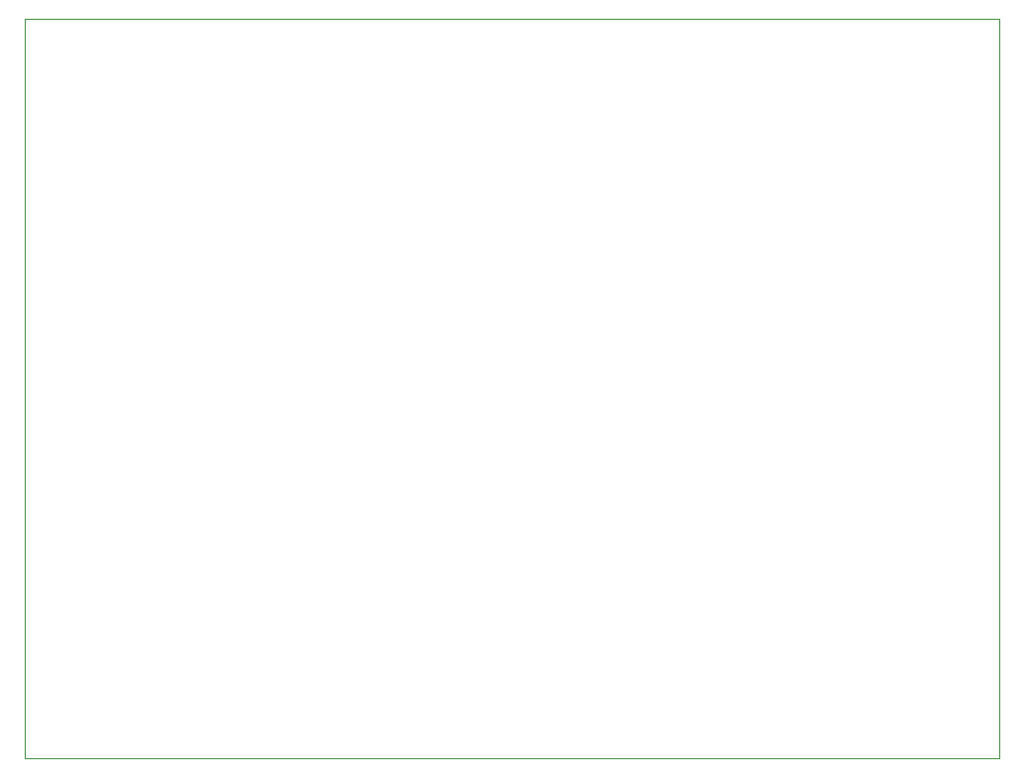
<source format=gbr>
%TF.GenerationSoftware,KiCad,Pcbnew,(6.0.7)*%
%TF.CreationDate,2022-12-05T09:46:50-06:00*%
%TF.ProjectId,Main PCB,4d61696e-2050-4434-922e-6b696361645f,rev?*%
%TF.SameCoordinates,Original*%
%TF.FileFunction,Profile,NP*%
%FSLAX46Y46*%
G04 Gerber Fmt 4.6, Leading zero omitted, Abs format (unit mm)*
G04 Created by KiCad (PCBNEW (6.0.7)) date 2022-12-05 09:46:50*
%MOMM*%
%LPD*%
G01*
G04 APERTURE LIST*
%TA.AperFunction,Profile*%
%ADD10C,0.100000*%
%TD*%
G04 APERTURE END LIST*
D10*
X14224000Y-19050000D02*
X97536000Y-19050000D01*
X97536000Y-19050000D02*
X97536000Y-82296000D01*
X97536000Y-82296000D02*
X14224000Y-82296000D01*
X14224000Y-82296000D02*
X14224000Y-19050000D01*
M02*

</source>
